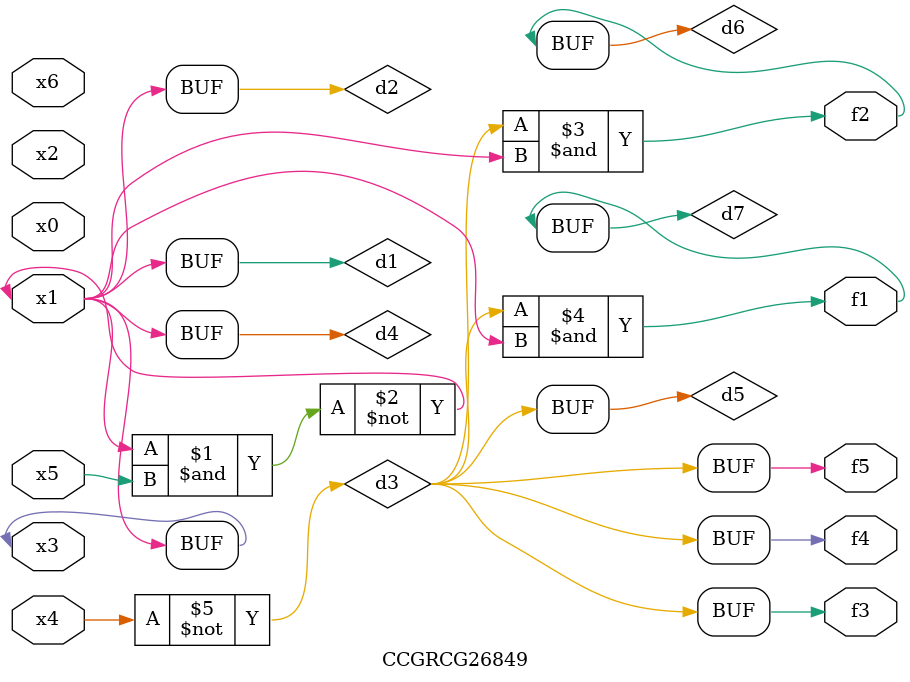
<source format=v>
module CCGRCG26849(
	input x0, x1, x2, x3, x4, x5, x6,
	output f1, f2, f3, f4, f5
);

	wire d1, d2, d3, d4, d5, d6, d7;

	buf (d1, x1, x3);
	nand (d2, x1, x5);
	not (d3, x4);
	buf (d4, d1, d2);
	buf (d5, d3);
	and (d6, d3, d4);
	and (d7, d3, d4);
	assign f1 = d7;
	assign f2 = d6;
	assign f3 = d5;
	assign f4 = d5;
	assign f5 = d5;
endmodule

</source>
